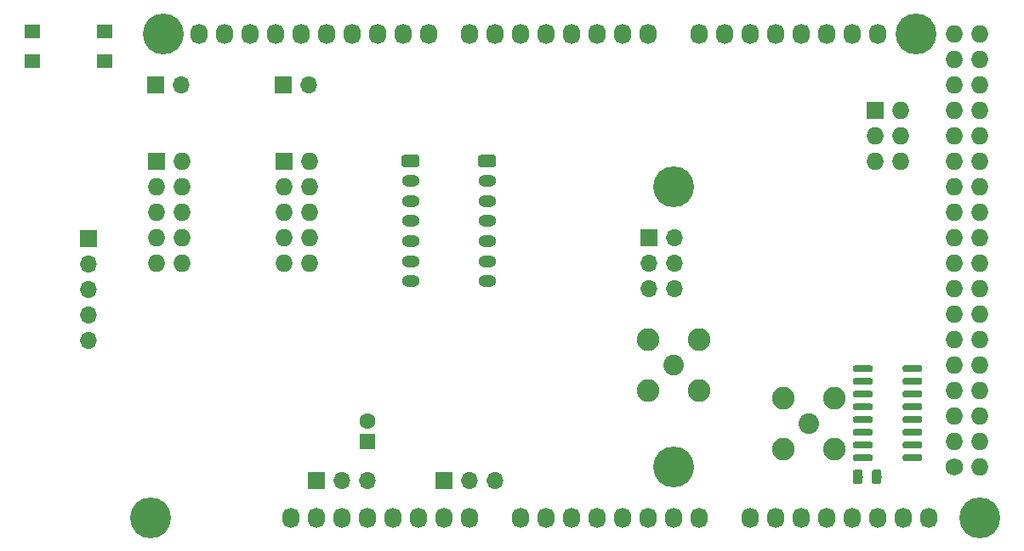
<source format=gbr>
%TF.GenerationSoftware,KiCad,Pcbnew,(5.1.2)-1*%
%TF.CreationDate,2020-03-11T09:00:43+01:00*%
%TF.ProjectId,ArduinoShield_SPIlinedriver_Sync_2V0,41726475-696e-46f5-9368-69656c645f53,rev?*%
%TF.SameCoordinates,Original*%
%TF.FileFunction,Soldermask,Top*%
%TF.FilePolarity,Negative*%
%FSLAX46Y46*%
G04 Gerber Fmt 4.6, Leading zero omitted, Abs format (unit mm)*
G04 Created by KiCad (PCBNEW (5.1.2)-1) date 2020-03-11 09:00:43*
%MOMM*%
%LPD*%
G04 APERTURE LIST*
%ADD10R,1.727200X1.727200*%
%ADD11O,1.727200X1.727200*%
%ADD12C,1.600000*%
%ADD13R,1.600000X1.600000*%
%ADD14R,1.700000X1.700000*%
%ADD15O,1.700000X1.700000*%
%ADD16C,1.727200*%
%ADD17O,1.727200X2.032000*%
%ADD18C,4.064000*%
%ADD19C,0.100000*%
%ADD20C,0.975000*%
%ADD21O,1.800000X1.200000*%
%ADD22C,1.200000*%
%ADD23C,2.050000*%
%ADD24C,2.250000*%
%ADD25C,0.600000*%
%ADD26R,1.600000X1.400000*%
G04 APERTURE END LIST*
D10*
X189484000Y-78486000D03*
D11*
X192024000Y-78486000D03*
X189484000Y-81026000D03*
X192024000Y-81026000D03*
X189484000Y-83566000D03*
X192024000Y-83566000D03*
X120523000Y-93726000D03*
X117983000Y-93726000D03*
X120523000Y-91186000D03*
X117983000Y-91186000D03*
X120523000Y-88646000D03*
X117983000Y-88646000D03*
X120523000Y-86106000D03*
X117983000Y-86106000D03*
X120523000Y-83566000D03*
D10*
X117983000Y-83566000D03*
D11*
X133223000Y-93726000D03*
X130683000Y-93726000D03*
X133223000Y-91186000D03*
X130683000Y-91186000D03*
X133223000Y-88646000D03*
X130683000Y-88646000D03*
X133223000Y-86106000D03*
X130683000Y-86106000D03*
X133223000Y-83566000D03*
D10*
X130683000Y-83566000D03*
D12*
X138938000Y-109538000D03*
D13*
X138938000Y-111538000D03*
D14*
X111226600Y-91338400D03*
D15*
X111226600Y-93878400D03*
X111226600Y-96418400D03*
X111226600Y-98958400D03*
X111226600Y-101498400D03*
D16*
X197358000Y-114046000D03*
D11*
X199898000Y-114046000D03*
X197358000Y-111506000D03*
X199898000Y-111506000D03*
X197358000Y-108966000D03*
X199898000Y-108966000D03*
X197358000Y-106426000D03*
X199898000Y-106426000D03*
X197358000Y-103886000D03*
X199898000Y-103886000D03*
X197358000Y-101346000D03*
X199898000Y-101346000D03*
X197358000Y-98806000D03*
X199898000Y-98806000D03*
X197358000Y-96266000D03*
X199898000Y-96266000D03*
X197358000Y-93726000D03*
X199898000Y-93726000D03*
X197358000Y-91186000D03*
X199898000Y-91186000D03*
X197358000Y-88646000D03*
X199898000Y-88646000D03*
X197358000Y-86106000D03*
X199898000Y-86106000D03*
X197358000Y-83566000D03*
X199898000Y-83566000D03*
X197358000Y-81026000D03*
X199898000Y-81026000D03*
X197358000Y-78486000D03*
X199898000Y-78486000D03*
X197358000Y-75946000D03*
X199898000Y-75946000D03*
X197358000Y-73406000D03*
X199898000Y-73406000D03*
X197358000Y-70866000D03*
X199898000Y-70866000D03*
D17*
X131318000Y-119126000D03*
X133858000Y-119126000D03*
X136398000Y-119126000D03*
X138938000Y-119126000D03*
X141478000Y-119126000D03*
X144018000Y-119126000D03*
X146558000Y-119126000D03*
X149098000Y-119126000D03*
X154178000Y-119126000D03*
X156718000Y-119126000D03*
X159258000Y-119126000D03*
X161798000Y-119126000D03*
X164338000Y-119126000D03*
X166878000Y-119126000D03*
X169418000Y-119126000D03*
X171958000Y-119126000D03*
X177038000Y-119126000D03*
X179578000Y-119126000D03*
X182118000Y-119126000D03*
X184658000Y-119126000D03*
X187198000Y-119126000D03*
X189738000Y-119126000D03*
X192278000Y-119126000D03*
X194818000Y-119126000D03*
X122174000Y-70866000D03*
X124714000Y-70866000D03*
X127254000Y-70866000D03*
X129794000Y-70866000D03*
X132334000Y-70866000D03*
X134874000Y-70866000D03*
X137414000Y-70866000D03*
X139954000Y-70866000D03*
X142494000Y-70866000D03*
X145034000Y-70866000D03*
X149098000Y-70866000D03*
X151638000Y-70866000D03*
X154178000Y-70866000D03*
X156718000Y-70866000D03*
X159258000Y-70866000D03*
X161798000Y-70866000D03*
X164338000Y-70866000D03*
X166878000Y-70866000D03*
X171958000Y-70866000D03*
X174498000Y-70866000D03*
X177038000Y-70866000D03*
X179578000Y-70866000D03*
X182118000Y-70866000D03*
X184658000Y-70866000D03*
X187198000Y-70866000D03*
X189738000Y-70866000D03*
D18*
X117348000Y-119126000D03*
X169418000Y-114046000D03*
X199898000Y-119126000D03*
X118618000Y-70866000D03*
X169418000Y-86106000D03*
X193548000Y-70866000D03*
D19*
G36*
X188052142Y-114363174D02*
G01*
X188075803Y-114366684D01*
X188099007Y-114372496D01*
X188121529Y-114380554D01*
X188143153Y-114390782D01*
X188163670Y-114403079D01*
X188182883Y-114417329D01*
X188200607Y-114433393D01*
X188216671Y-114451117D01*
X188230921Y-114470330D01*
X188243218Y-114490847D01*
X188253446Y-114512471D01*
X188261504Y-114534993D01*
X188267316Y-114558197D01*
X188270826Y-114581858D01*
X188272000Y-114605750D01*
X188272000Y-115518250D01*
X188270826Y-115542142D01*
X188267316Y-115565803D01*
X188261504Y-115589007D01*
X188253446Y-115611529D01*
X188243218Y-115633153D01*
X188230921Y-115653670D01*
X188216671Y-115672883D01*
X188200607Y-115690607D01*
X188182883Y-115706671D01*
X188163670Y-115720921D01*
X188143153Y-115733218D01*
X188121529Y-115743446D01*
X188099007Y-115751504D01*
X188075803Y-115757316D01*
X188052142Y-115760826D01*
X188028250Y-115762000D01*
X187540750Y-115762000D01*
X187516858Y-115760826D01*
X187493197Y-115757316D01*
X187469993Y-115751504D01*
X187447471Y-115743446D01*
X187425847Y-115733218D01*
X187405330Y-115720921D01*
X187386117Y-115706671D01*
X187368393Y-115690607D01*
X187352329Y-115672883D01*
X187338079Y-115653670D01*
X187325782Y-115633153D01*
X187315554Y-115611529D01*
X187307496Y-115589007D01*
X187301684Y-115565803D01*
X187298174Y-115542142D01*
X187297000Y-115518250D01*
X187297000Y-114605750D01*
X187298174Y-114581858D01*
X187301684Y-114558197D01*
X187307496Y-114534993D01*
X187315554Y-114512471D01*
X187325782Y-114490847D01*
X187338079Y-114470330D01*
X187352329Y-114451117D01*
X187368393Y-114433393D01*
X187386117Y-114417329D01*
X187405330Y-114403079D01*
X187425847Y-114390782D01*
X187447471Y-114380554D01*
X187469993Y-114372496D01*
X187493197Y-114366684D01*
X187516858Y-114363174D01*
X187540750Y-114362000D01*
X188028250Y-114362000D01*
X188052142Y-114363174D01*
X188052142Y-114363174D01*
G37*
D20*
X187784500Y-115062000D03*
D19*
G36*
X189927142Y-114363174D02*
G01*
X189950803Y-114366684D01*
X189974007Y-114372496D01*
X189996529Y-114380554D01*
X190018153Y-114390782D01*
X190038670Y-114403079D01*
X190057883Y-114417329D01*
X190075607Y-114433393D01*
X190091671Y-114451117D01*
X190105921Y-114470330D01*
X190118218Y-114490847D01*
X190128446Y-114512471D01*
X190136504Y-114534993D01*
X190142316Y-114558197D01*
X190145826Y-114581858D01*
X190147000Y-114605750D01*
X190147000Y-115518250D01*
X190145826Y-115542142D01*
X190142316Y-115565803D01*
X190136504Y-115589007D01*
X190128446Y-115611529D01*
X190118218Y-115633153D01*
X190105921Y-115653670D01*
X190091671Y-115672883D01*
X190075607Y-115690607D01*
X190057883Y-115706671D01*
X190038670Y-115720921D01*
X190018153Y-115733218D01*
X189996529Y-115743446D01*
X189974007Y-115751504D01*
X189950803Y-115757316D01*
X189927142Y-115760826D01*
X189903250Y-115762000D01*
X189415750Y-115762000D01*
X189391858Y-115760826D01*
X189368197Y-115757316D01*
X189344993Y-115751504D01*
X189322471Y-115743446D01*
X189300847Y-115733218D01*
X189280330Y-115720921D01*
X189261117Y-115706671D01*
X189243393Y-115690607D01*
X189227329Y-115672883D01*
X189213079Y-115653670D01*
X189200782Y-115633153D01*
X189190554Y-115611529D01*
X189182496Y-115589007D01*
X189176684Y-115565803D01*
X189173174Y-115542142D01*
X189172000Y-115518250D01*
X189172000Y-114605750D01*
X189173174Y-114581858D01*
X189176684Y-114558197D01*
X189182496Y-114534993D01*
X189190554Y-114512471D01*
X189200782Y-114490847D01*
X189213079Y-114470330D01*
X189227329Y-114451117D01*
X189243393Y-114433393D01*
X189261117Y-114417329D01*
X189280330Y-114403079D01*
X189300847Y-114390782D01*
X189322471Y-114380554D01*
X189344993Y-114372496D01*
X189368197Y-114366684D01*
X189391858Y-114363174D01*
X189415750Y-114362000D01*
X189903250Y-114362000D01*
X189927142Y-114363174D01*
X189927142Y-114363174D01*
G37*
D20*
X189659500Y-115062000D03*
D21*
X150876000Y-95566000D03*
X150876000Y-93566000D03*
X150876000Y-91566000D03*
X150876000Y-89566000D03*
X150876000Y-87566000D03*
X150876000Y-85566000D03*
D19*
G36*
X151550505Y-82967204D02*
G01*
X151574773Y-82970804D01*
X151598572Y-82976765D01*
X151621671Y-82985030D01*
X151643850Y-82995520D01*
X151664893Y-83008132D01*
X151684599Y-83022747D01*
X151702777Y-83039223D01*
X151719253Y-83057401D01*
X151733868Y-83077107D01*
X151746480Y-83098150D01*
X151756970Y-83120329D01*
X151765235Y-83143428D01*
X151771196Y-83167227D01*
X151774796Y-83191495D01*
X151776000Y-83215999D01*
X151776000Y-83916001D01*
X151774796Y-83940505D01*
X151771196Y-83964773D01*
X151765235Y-83988572D01*
X151756970Y-84011671D01*
X151746480Y-84033850D01*
X151733868Y-84054893D01*
X151719253Y-84074599D01*
X151702777Y-84092777D01*
X151684599Y-84109253D01*
X151664893Y-84123868D01*
X151643850Y-84136480D01*
X151621671Y-84146970D01*
X151598572Y-84155235D01*
X151574773Y-84161196D01*
X151550505Y-84164796D01*
X151526001Y-84166000D01*
X150225999Y-84166000D01*
X150201495Y-84164796D01*
X150177227Y-84161196D01*
X150153428Y-84155235D01*
X150130329Y-84146970D01*
X150108150Y-84136480D01*
X150087107Y-84123868D01*
X150067401Y-84109253D01*
X150049223Y-84092777D01*
X150032747Y-84074599D01*
X150018132Y-84054893D01*
X150005520Y-84033850D01*
X149995030Y-84011671D01*
X149986765Y-83988572D01*
X149980804Y-83964773D01*
X149977204Y-83940505D01*
X149976000Y-83916001D01*
X149976000Y-83215999D01*
X149977204Y-83191495D01*
X149980804Y-83167227D01*
X149986765Y-83143428D01*
X149995030Y-83120329D01*
X150005520Y-83098150D01*
X150018132Y-83077107D01*
X150032747Y-83057401D01*
X150049223Y-83039223D01*
X150067401Y-83022747D01*
X150087107Y-83008132D01*
X150108150Y-82995520D01*
X150130329Y-82985030D01*
X150153428Y-82976765D01*
X150177227Y-82970804D01*
X150201495Y-82967204D01*
X150225999Y-82966000D01*
X151526001Y-82966000D01*
X151550505Y-82967204D01*
X151550505Y-82967204D01*
G37*
D22*
X150876000Y-83566000D03*
D14*
X167005000Y-91211400D03*
D15*
X169545000Y-91211400D03*
X167005000Y-93751400D03*
X169545000Y-93751400D03*
X167005000Y-96291400D03*
X169545000Y-96291400D03*
D19*
G36*
X143930505Y-82967204D02*
G01*
X143954773Y-82970804D01*
X143978572Y-82976765D01*
X144001671Y-82985030D01*
X144023850Y-82995520D01*
X144044893Y-83008132D01*
X144064599Y-83022747D01*
X144082777Y-83039223D01*
X144099253Y-83057401D01*
X144113868Y-83077107D01*
X144126480Y-83098150D01*
X144136970Y-83120329D01*
X144145235Y-83143428D01*
X144151196Y-83167227D01*
X144154796Y-83191495D01*
X144156000Y-83215999D01*
X144156000Y-83916001D01*
X144154796Y-83940505D01*
X144151196Y-83964773D01*
X144145235Y-83988572D01*
X144136970Y-84011671D01*
X144126480Y-84033850D01*
X144113868Y-84054893D01*
X144099253Y-84074599D01*
X144082777Y-84092777D01*
X144064599Y-84109253D01*
X144044893Y-84123868D01*
X144023850Y-84136480D01*
X144001671Y-84146970D01*
X143978572Y-84155235D01*
X143954773Y-84161196D01*
X143930505Y-84164796D01*
X143906001Y-84166000D01*
X142605999Y-84166000D01*
X142581495Y-84164796D01*
X142557227Y-84161196D01*
X142533428Y-84155235D01*
X142510329Y-84146970D01*
X142488150Y-84136480D01*
X142467107Y-84123868D01*
X142447401Y-84109253D01*
X142429223Y-84092777D01*
X142412747Y-84074599D01*
X142398132Y-84054893D01*
X142385520Y-84033850D01*
X142375030Y-84011671D01*
X142366765Y-83988572D01*
X142360804Y-83964773D01*
X142357204Y-83940505D01*
X142356000Y-83916001D01*
X142356000Y-83215999D01*
X142357204Y-83191495D01*
X142360804Y-83167227D01*
X142366765Y-83143428D01*
X142375030Y-83120329D01*
X142385520Y-83098150D01*
X142398132Y-83077107D01*
X142412747Y-83057401D01*
X142429223Y-83039223D01*
X142447401Y-83022747D01*
X142467107Y-83008132D01*
X142488150Y-82995520D01*
X142510329Y-82985030D01*
X142533428Y-82976765D01*
X142557227Y-82970804D01*
X142581495Y-82967204D01*
X142605999Y-82966000D01*
X143906001Y-82966000D01*
X143930505Y-82967204D01*
X143930505Y-82967204D01*
G37*
D22*
X143256000Y-83566000D03*
D21*
X143256000Y-85566000D03*
X143256000Y-87566000D03*
X143256000Y-89566000D03*
X143256000Y-91566000D03*
X143256000Y-93566000D03*
X143256000Y-95566000D03*
D23*
X182880000Y-109728000D03*
D24*
X185420000Y-112268000D03*
X185420000Y-107188000D03*
X180340000Y-107188000D03*
X180340000Y-112268000D03*
X166878000Y-106426000D03*
X166878000Y-101346000D03*
X171958000Y-101346000D03*
X171958000Y-106426000D03*
D23*
X169418000Y-103886000D03*
D19*
G36*
X194068703Y-112857722D02*
G01*
X194083264Y-112859882D01*
X194097543Y-112863459D01*
X194111403Y-112868418D01*
X194124710Y-112874712D01*
X194137336Y-112882280D01*
X194149159Y-112891048D01*
X194160066Y-112900934D01*
X194169952Y-112911841D01*
X194178720Y-112923664D01*
X194186288Y-112936290D01*
X194192582Y-112949597D01*
X194197541Y-112963457D01*
X194201118Y-112977736D01*
X194203278Y-112992297D01*
X194204000Y-113007000D01*
X194204000Y-113307000D01*
X194203278Y-113321703D01*
X194201118Y-113336264D01*
X194197541Y-113350543D01*
X194192582Y-113364403D01*
X194186288Y-113377710D01*
X194178720Y-113390336D01*
X194169952Y-113402159D01*
X194160066Y-113413066D01*
X194149159Y-113422952D01*
X194137336Y-113431720D01*
X194124710Y-113439288D01*
X194111403Y-113445582D01*
X194097543Y-113450541D01*
X194083264Y-113454118D01*
X194068703Y-113456278D01*
X194054000Y-113457000D01*
X192404000Y-113457000D01*
X192389297Y-113456278D01*
X192374736Y-113454118D01*
X192360457Y-113450541D01*
X192346597Y-113445582D01*
X192333290Y-113439288D01*
X192320664Y-113431720D01*
X192308841Y-113422952D01*
X192297934Y-113413066D01*
X192288048Y-113402159D01*
X192279280Y-113390336D01*
X192271712Y-113377710D01*
X192265418Y-113364403D01*
X192260459Y-113350543D01*
X192256882Y-113336264D01*
X192254722Y-113321703D01*
X192254000Y-113307000D01*
X192254000Y-113007000D01*
X192254722Y-112992297D01*
X192256882Y-112977736D01*
X192260459Y-112963457D01*
X192265418Y-112949597D01*
X192271712Y-112936290D01*
X192279280Y-112923664D01*
X192288048Y-112911841D01*
X192297934Y-112900934D01*
X192308841Y-112891048D01*
X192320664Y-112882280D01*
X192333290Y-112874712D01*
X192346597Y-112868418D01*
X192360457Y-112863459D01*
X192374736Y-112859882D01*
X192389297Y-112857722D01*
X192404000Y-112857000D01*
X194054000Y-112857000D01*
X194068703Y-112857722D01*
X194068703Y-112857722D01*
G37*
D25*
X193229000Y-113157000D03*
D19*
G36*
X194068703Y-111587722D02*
G01*
X194083264Y-111589882D01*
X194097543Y-111593459D01*
X194111403Y-111598418D01*
X194124710Y-111604712D01*
X194137336Y-111612280D01*
X194149159Y-111621048D01*
X194160066Y-111630934D01*
X194169952Y-111641841D01*
X194178720Y-111653664D01*
X194186288Y-111666290D01*
X194192582Y-111679597D01*
X194197541Y-111693457D01*
X194201118Y-111707736D01*
X194203278Y-111722297D01*
X194204000Y-111737000D01*
X194204000Y-112037000D01*
X194203278Y-112051703D01*
X194201118Y-112066264D01*
X194197541Y-112080543D01*
X194192582Y-112094403D01*
X194186288Y-112107710D01*
X194178720Y-112120336D01*
X194169952Y-112132159D01*
X194160066Y-112143066D01*
X194149159Y-112152952D01*
X194137336Y-112161720D01*
X194124710Y-112169288D01*
X194111403Y-112175582D01*
X194097543Y-112180541D01*
X194083264Y-112184118D01*
X194068703Y-112186278D01*
X194054000Y-112187000D01*
X192404000Y-112187000D01*
X192389297Y-112186278D01*
X192374736Y-112184118D01*
X192360457Y-112180541D01*
X192346597Y-112175582D01*
X192333290Y-112169288D01*
X192320664Y-112161720D01*
X192308841Y-112152952D01*
X192297934Y-112143066D01*
X192288048Y-112132159D01*
X192279280Y-112120336D01*
X192271712Y-112107710D01*
X192265418Y-112094403D01*
X192260459Y-112080543D01*
X192256882Y-112066264D01*
X192254722Y-112051703D01*
X192254000Y-112037000D01*
X192254000Y-111737000D01*
X192254722Y-111722297D01*
X192256882Y-111707736D01*
X192260459Y-111693457D01*
X192265418Y-111679597D01*
X192271712Y-111666290D01*
X192279280Y-111653664D01*
X192288048Y-111641841D01*
X192297934Y-111630934D01*
X192308841Y-111621048D01*
X192320664Y-111612280D01*
X192333290Y-111604712D01*
X192346597Y-111598418D01*
X192360457Y-111593459D01*
X192374736Y-111589882D01*
X192389297Y-111587722D01*
X192404000Y-111587000D01*
X194054000Y-111587000D01*
X194068703Y-111587722D01*
X194068703Y-111587722D01*
G37*
D25*
X193229000Y-111887000D03*
D19*
G36*
X194068703Y-110317722D02*
G01*
X194083264Y-110319882D01*
X194097543Y-110323459D01*
X194111403Y-110328418D01*
X194124710Y-110334712D01*
X194137336Y-110342280D01*
X194149159Y-110351048D01*
X194160066Y-110360934D01*
X194169952Y-110371841D01*
X194178720Y-110383664D01*
X194186288Y-110396290D01*
X194192582Y-110409597D01*
X194197541Y-110423457D01*
X194201118Y-110437736D01*
X194203278Y-110452297D01*
X194204000Y-110467000D01*
X194204000Y-110767000D01*
X194203278Y-110781703D01*
X194201118Y-110796264D01*
X194197541Y-110810543D01*
X194192582Y-110824403D01*
X194186288Y-110837710D01*
X194178720Y-110850336D01*
X194169952Y-110862159D01*
X194160066Y-110873066D01*
X194149159Y-110882952D01*
X194137336Y-110891720D01*
X194124710Y-110899288D01*
X194111403Y-110905582D01*
X194097543Y-110910541D01*
X194083264Y-110914118D01*
X194068703Y-110916278D01*
X194054000Y-110917000D01*
X192404000Y-110917000D01*
X192389297Y-110916278D01*
X192374736Y-110914118D01*
X192360457Y-110910541D01*
X192346597Y-110905582D01*
X192333290Y-110899288D01*
X192320664Y-110891720D01*
X192308841Y-110882952D01*
X192297934Y-110873066D01*
X192288048Y-110862159D01*
X192279280Y-110850336D01*
X192271712Y-110837710D01*
X192265418Y-110824403D01*
X192260459Y-110810543D01*
X192256882Y-110796264D01*
X192254722Y-110781703D01*
X192254000Y-110767000D01*
X192254000Y-110467000D01*
X192254722Y-110452297D01*
X192256882Y-110437736D01*
X192260459Y-110423457D01*
X192265418Y-110409597D01*
X192271712Y-110396290D01*
X192279280Y-110383664D01*
X192288048Y-110371841D01*
X192297934Y-110360934D01*
X192308841Y-110351048D01*
X192320664Y-110342280D01*
X192333290Y-110334712D01*
X192346597Y-110328418D01*
X192360457Y-110323459D01*
X192374736Y-110319882D01*
X192389297Y-110317722D01*
X192404000Y-110317000D01*
X194054000Y-110317000D01*
X194068703Y-110317722D01*
X194068703Y-110317722D01*
G37*
D25*
X193229000Y-110617000D03*
D19*
G36*
X194068703Y-109047722D02*
G01*
X194083264Y-109049882D01*
X194097543Y-109053459D01*
X194111403Y-109058418D01*
X194124710Y-109064712D01*
X194137336Y-109072280D01*
X194149159Y-109081048D01*
X194160066Y-109090934D01*
X194169952Y-109101841D01*
X194178720Y-109113664D01*
X194186288Y-109126290D01*
X194192582Y-109139597D01*
X194197541Y-109153457D01*
X194201118Y-109167736D01*
X194203278Y-109182297D01*
X194204000Y-109197000D01*
X194204000Y-109497000D01*
X194203278Y-109511703D01*
X194201118Y-109526264D01*
X194197541Y-109540543D01*
X194192582Y-109554403D01*
X194186288Y-109567710D01*
X194178720Y-109580336D01*
X194169952Y-109592159D01*
X194160066Y-109603066D01*
X194149159Y-109612952D01*
X194137336Y-109621720D01*
X194124710Y-109629288D01*
X194111403Y-109635582D01*
X194097543Y-109640541D01*
X194083264Y-109644118D01*
X194068703Y-109646278D01*
X194054000Y-109647000D01*
X192404000Y-109647000D01*
X192389297Y-109646278D01*
X192374736Y-109644118D01*
X192360457Y-109640541D01*
X192346597Y-109635582D01*
X192333290Y-109629288D01*
X192320664Y-109621720D01*
X192308841Y-109612952D01*
X192297934Y-109603066D01*
X192288048Y-109592159D01*
X192279280Y-109580336D01*
X192271712Y-109567710D01*
X192265418Y-109554403D01*
X192260459Y-109540543D01*
X192256882Y-109526264D01*
X192254722Y-109511703D01*
X192254000Y-109497000D01*
X192254000Y-109197000D01*
X192254722Y-109182297D01*
X192256882Y-109167736D01*
X192260459Y-109153457D01*
X192265418Y-109139597D01*
X192271712Y-109126290D01*
X192279280Y-109113664D01*
X192288048Y-109101841D01*
X192297934Y-109090934D01*
X192308841Y-109081048D01*
X192320664Y-109072280D01*
X192333290Y-109064712D01*
X192346597Y-109058418D01*
X192360457Y-109053459D01*
X192374736Y-109049882D01*
X192389297Y-109047722D01*
X192404000Y-109047000D01*
X194054000Y-109047000D01*
X194068703Y-109047722D01*
X194068703Y-109047722D01*
G37*
D25*
X193229000Y-109347000D03*
D19*
G36*
X194068703Y-107777722D02*
G01*
X194083264Y-107779882D01*
X194097543Y-107783459D01*
X194111403Y-107788418D01*
X194124710Y-107794712D01*
X194137336Y-107802280D01*
X194149159Y-107811048D01*
X194160066Y-107820934D01*
X194169952Y-107831841D01*
X194178720Y-107843664D01*
X194186288Y-107856290D01*
X194192582Y-107869597D01*
X194197541Y-107883457D01*
X194201118Y-107897736D01*
X194203278Y-107912297D01*
X194204000Y-107927000D01*
X194204000Y-108227000D01*
X194203278Y-108241703D01*
X194201118Y-108256264D01*
X194197541Y-108270543D01*
X194192582Y-108284403D01*
X194186288Y-108297710D01*
X194178720Y-108310336D01*
X194169952Y-108322159D01*
X194160066Y-108333066D01*
X194149159Y-108342952D01*
X194137336Y-108351720D01*
X194124710Y-108359288D01*
X194111403Y-108365582D01*
X194097543Y-108370541D01*
X194083264Y-108374118D01*
X194068703Y-108376278D01*
X194054000Y-108377000D01*
X192404000Y-108377000D01*
X192389297Y-108376278D01*
X192374736Y-108374118D01*
X192360457Y-108370541D01*
X192346597Y-108365582D01*
X192333290Y-108359288D01*
X192320664Y-108351720D01*
X192308841Y-108342952D01*
X192297934Y-108333066D01*
X192288048Y-108322159D01*
X192279280Y-108310336D01*
X192271712Y-108297710D01*
X192265418Y-108284403D01*
X192260459Y-108270543D01*
X192256882Y-108256264D01*
X192254722Y-108241703D01*
X192254000Y-108227000D01*
X192254000Y-107927000D01*
X192254722Y-107912297D01*
X192256882Y-107897736D01*
X192260459Y-107883457D01*
X192265418Y-107869597D01*
X192271712Y-107856290D01*
X192279280Y-107843664D01*
X192288048Y-107831841D01*
X192297934Y-107820934D01*
X192308841Y-107811048D01*
X192320664Y-107802280D01*
X192333290Y-107794712D01*
X192346597Y-107788418D01*
X192360457Y-107783459D01*
X192374736Y-107779882D01*
X192389297Y-107777722D01*
X192404000Y-107777000D01*
X194054000Y-107777000D01*
X194068703Y-107777722D01*
X194068703Y-107777722D01*
G37*
D25*
X193229000Y-108077000D03*
D19*
G36*
X194068703Y-106507722D02*
G01*
X194083264Y-106509882D01*
X194097543Y-106513459D01*
X194111403Y-106518418D01*
X194124710Y-106524712D01*
X194137336Y-106532280D01*
X194149159Y-106541048D01*
X194160066Y-106550934D01*
X194169952Y-106561841D01*
X194178720Y-106573664D01*
X194186288Y-106586290D01*
X194192582Y-106599597D01*
X194197541Y-106613457D01*
X194201118Y-106627736D01*
X194203278Y-106642297D01*
X194204000Y-106657000D01*
X194204000Y-106957000D01*
X194203278Y-106971703D01*
X194201118Y-106986264D01*
X194197541Y-107000543D01*
X194192582Y-107014403D01*
X194186288Y-107027710D01*
X194178720Y-107040336D01*
X194169952Y-107052159D01*
X194160066Y-107063066D01*
X194149159Y-107072952D01*
X194137336Y-107081720D01*
X194124710Y-107089288D01*
X194111403Y-107095582D01*
X194097543Y-107100541D01*
X194083264Y-107104118D01*
X194068703Y-107106278D01*
X194054000Y-107107000D01*
X192404000Y-107107000D01*
X192389297Y-107106278D01*
X192374736Y-107104118D01*
X192360457Y-107100541D01*
X192346597Y-107095582D01*
X192333290Y-107089288D01*
X192320664Y-107081720D01*
X192308841Y-107072952D01*
X192297934Y-107063066D01*
X192288048Y-107052159D01*
X192279280Y-107040336D01*
X192271712Y-107027710D01*
X192265418Y-107014403D01*
X192260459Y-107000543D01*
X192256882Y-106986264D01*
X192254722Y-106971703D01*
X192254000Y-106957000D01*
X192254000Y-106657000D01*
X192254722Y-106642297D01*
X192256882Y-106627736D01*
X192260459Y-106613457D01*
X192265418Y-106599597D01*
X192271712Y-106586290D01*
X192279280Y-106573664D01*
X192288048Y-106561841D01*
X192297934Y-106550934D01*
X192308841Y-106541048D01*
X192320664Y-106532280D01*
X192333290Y-106524712D01*
X192346597Y-106518418D01*
X192360457Y-106513459D01*
X192374736Y-106509882D01*
X192389297Y-106507722D01*
X192404000Y-106507000D01*
X194054000Y-106507000D01*
X194068703Y-106507722D01*
X194068703Y-106507722D01*
G37*
D25*
X193229000Y-106807000D03*
D19*
G36*
X194068703Y-105237722D02*
G01*
X194083264Y-105239882D01*
X194097543Y-105243459D01*
X194111403Y-105248418D01*
X194124710Y-105254712D01*
X194137336Y-105262280D01*
X194149159Y-105271048D01*
X194160066Y-105280934D01*
X194169952Y-105291841D01*
X194178720Y-105303664D01*
X194186288Y-105316290D01*
X194192582Y-105329597D01*
X194197541Y-105343457D01*
X194201118Y-105357736D01*
X194203278Y-105372297D01*
X194204000Y-105387000D01*
X194204000Y-105687000D01*
X194203278Y-105701703D01*
X194201118Y-105716264D01*
X194197541Y-105730543D01*
X194192582Y-105744403D01*
X194186288Y-105757710D01*
X194178720Y-105770336D01*
X194169952Y-105782159D01*
X194160066Y-105793066D01*
X194149159Y-105802952D01*
X194137336Y-105811720D01*
X194124710Y-105819288D01*
X194111403Y-105825582D01*
X194097543Y-105830541D01*
X194083264Y-105834118D01*
X194068703Y-105836278D01*
X194054000Y-105837000D01*
X192404000Y-105837000D01*
X192389297Y-105836278D01*
X192374736Y-105834118D01*
X192360457Y-105830541D01*
X192346597Y-105825582D01*
X192333290Y-105819288D01*
X192320664Y-105811720D01*
X192308841Y-105802952D01*
X192297934Y-105793066D01*
X192288048Y-105782159D01*
X192279280Y-105770336D01*
X192271712Y-105757710D01*
X192265418Y-105744403D01*
X192260459Y-105730543D01*
X192256882Y-105716264D01*
X192254722Y-105701703D01*
X192254000Y-105687000D01*
X192254000Y-105387000D01*
X192254722Y-105372297D01*
X192256882Y-105357736D01*
X192260459Y-105343457D01*
X192265418Y-105329597D01*
X192271712Y-105316290D01*
X192279280Y-105303664D01*
X192288048Y-105291841D01*
X192297934Y-105280934D01*
X192308841Y-105271048D01*
X192320664Y-105262280D01*
X192333290Y-105254712D01*
X192346597Y-105248418D01*
X192360457Y-105243459D01*
X192374736Y-105239882D01*
X192389297Y-105237722D01*
X192404000Y-105237000D01*
X194054000Y-105237000D01*
X194068703Y-105237722D01*
X194068703Y-105237722D01*
G37*
D25*
X193229000Y-105537000D03*
D19*
G36*
X194068703Y-103967722D02*
G01*
X194083264Y-103969882D01*
X194097543Y-103973459D01*
X194111403Y-103978418D01*
X194124710Y-103984712D01*
X194137336Y-103992280D01*
X194149159Y-104001048D01*
X194160066Y-104010934D01*
X194169952Y-104021841D01*
X194178720Y-104033664D01*
X194186288Y-104046290D01*
X194192582Y-104059597D01*
X194197541Y-104073457D01*
X194201118Y-104087736D01*
X194203278Y-104102297D01*
X194204000Y-104117000D01*
X194204000Y-104417000D01*
X194203278Y-104431703D01*
X194201118Y-104446264D01*
X194197541Y-104460543D01*
X194192582Y-104474403D01*
X194186288Y-104487710D01*
X194178720Y-104500336D01*
X194169952Y-104512159D01*
X194160066Y-104523066D01*
X194149159Y-104532952D01*
X194137336Y-104541720D01*
X194124710Y-104549288D01*
X194111403Y-104555582D01*
X194097543Y-104560541D01*
X194083264Y-104564118D01*
X194068703Y-104566278D01*
X194054000Y-104567000D01*
X192404000Y-104567000D01*
X192389297Y-104566278D01*
X192374736Y-104564118D01*
X192360457Y-104560541D01*
X192346597Y-104555582D01*
X192333290Y-104549288D01*
X192320664Y-104541720D01*
X192308841Y-104532952D01*
X192297934Y-104523066D01*
X192288048Y-104512159D01*
X192279280Y-104500336D01*
X192271712Y-104487710D01*
X192265418Y-104474403D01*
X192260459Y-104460543D01*
X192256882Y-104446264D01*
X192254722Y-104431703D01*
X192254000Y-104417000D01*
X192254000Y-104117000D01*
X192254722Y-104102297D01*
X192256882Y-104087736D01*
X192260459Y-104073457D01*
X192265418Y-104059597D01*
X192271712Y-104046290D01*
X192279280Y-104033664D01*
X192288048Y-104021841D01*
X192297934Y-104010934D01*
X192308841Y-104001048D01*
X192320664Y-103992280D01*
X192333290Y-103984712D01*
X192346597Y-103978418D01*
X192360457Y-103973459D01*
X192374736Y-103969882D01*
X192389297Y-103967722D01*
X192404000Y-103967000D01*
X194054000Y-103967000D01*
X194068703Y-103967722D01*
X194068703Y-103967722D01*
G37*
D25*
X193229000Y-104267000D03*
D19*
G36*
X189118703Y-103967722D02*
G01*
X189133264Y-103969882D01*
X189147543Y-103973459D01*
X189161403Y-103978418D01*
X189174710Y-103984712D01*
X189187336Y-103992280D01*
X189199159Y-104001048D01*
X189210066Y-104010934D01*
X189219952Y-104021841D01*
X189228720Y-104033664D01*
X189236288Y-104046290D01*
X189242582Y-104059597D01*
X189247541Y-104073457D01*
X189251118Y-104087736D01*
X189253278Y-104102297D01*
X189254000Y-104117000D01*
X189254000Y-104417000D01*
X189253278Y-104431703D01*
X189251118Y-104446264D01*
X189247541Y-104460543D01*
X189242582Y-104474403D01*
X189236288Y-104487710D01*
X189228720Y-104500336D01*
X189219952Y-104512159D01*
X189210066Y-104523066D01*
X189199159Y-104532952D01*
X189187336Y-104541720D01*
X189174710Y-104549288D01*
X189161403Y-104555582D01*
X189147543Y-104560541D01*
X189133264Y-104564118D01*
X189118703Y-104566278D01*
X189104000Y-104567000D01*
X187454000Y-104567000D01*
X187439297Y-104566278D01*
X187424736Y-104564118D01*
X187410457Y-104560541D01*
X187396597Y-104555582D01*
X187383290Y-104549288D01*
X187370664Y-104541720D01*
X187358841Y-104532952D01*
X187347934Y-104523066D01*
X187338048Y-104512159D01*
X187329280Y-104500336D01*
X187321712Y-104487710D01*
X187315418Y-104474403D01*
X187310459Y-104460543D01*
X187306882Y-104446264D01*
X187304722Y-104431703D01*
X187304000Y-104417000D01*
X187304000Y-104117000D01*
X187304722Y-104102297D01*
X187306882Y-104087736D01*
X187310459Y-104073457D01*
X187315418Y-104059597D01*
X187321712Y-104046290D01*
X187329280Y-104033664D01*
X187338048Y-104021841D01*
X187347934Y-104010934D01*
X187358841Y-104001048D01*
X187370664Y-103992280D01*
X187383290Y-103984712D01*
X187396597Y-103978418D01*
X187410457Y-103973459D01*
X187424736Y-103969882D01*
X187439297Y-103967722D01*
X187454000Y-103967000D01*
X189104000Y-103967000D01*
X189118703Y-103967722D01*
X189118703Y-103967722D01*
G37*
D25*
X188279000Y-104267000D03*
D19*
G36*
X189118703Y-105237722D02*
G01*
X189133264Y-105239882D01*
X189147543Y-105243459D01*
X189161403Y-105248418D01*
X189174710Y-105254712D01*
X189187336Y-105262280D01*
X189199159Y-105271048D01*
X189210066Y-105280934D01*
X189219952Y-105291841D01*
X189228720Y-105303664D01*
X189236288Y-105316290D01*
X189242582Y-105329597D01*
X189247541Y-105343457D01*
X189251118Y-105357736D01*
X189253278Y-105372297D01*
X189254000Y-105387000D01*
X189254000Y-105687000D01*
X189253278Y-105701703D01*
X189251118Y-105716264D01*
X189247541Y-105730543D01*
X189242582Y-105744403D01*
X189236288Y-105757710D01*
X189228720Y-105770336D01*
X189219952Y-105782159D01*
X189210066Y-105793066D01*
X189199159Y-105802952D01*
X189187336Y-105811720D01*
X189174710Y-105819288D01*
X189161403Y-105825582D01*
X189147543Y-105830541D01*
X189133264Y-105834118D01*
X189118703Y-105836278D01*
X189104000Y-105837000D01*
X187454000Y-105837000D01*
X187439297Y-105836278D01*
X187424736Y-105834118D01*
X187410457Y-105830541D01*
X187396597Y-105825582D01*
X187383290Y-105819288D01*
X187370664Y-105811720D01*
X187358841Y-105802952D01*
X187347934Y-105793066D01*
X187338048Y-105782159D01*
X187329280Y-105770336D01*
X187321712Y-105757710D01*
X187315418Y-105744403D01*
X187310459Y-105730543D01*
X187306882Y-105716264D01*
X187304722Y-105701703D01*
X187304000Y-105687000D01*
X187304000Y-105387000D01*
X187304722Y-105372297D01*
X187306882Y-105357736D01*
X187310459Y-105343457D01*
X187315418Y-105329597D01*
X187321712Y-105316290D01*
X187329280Y-105303664D01*
X187338048Y-105291841D01*
X187347934Y-105280934D01*
X187358841Y-105271048D01*
X187370664Y-105262280D01*
X187383290Y-105254712D01*
X187396597Y-105248418D01*
X187410457Y-105243459D01*
X187424736Y-105239882D01*
X187439297Y-105237722D01*
X187454000Y-105237000D01*
X189104000Y-105237000D01*
X189118703Y-105237722D01*
X189118703Y-105237722D01*
G37*
D25*
X188279000Y-105537000D03*
D19*
G36*
X189118703Y-106507722D02*
G01*
X189133264Y-106509882D01*
X189147543Y-106513459D01*
X189161403Y-106518418D01*
X189174710Y-106524712D01*
X189187336Y-106532280D01*
X189199159Y-106541048D01*
X189210066Y-106550934D01*
X189219952Y-106561841D01*
X189228720Y-106573664D01*
X189236288Y-106586290D01*
X189242582Y-106599597D01*
X189247541Y-106613457D01*
X189251118Y-106627736D01*
X189253278Y-106642297D01*
X189254000Y-106657000D01*
X189254000Y-106957000D01*
X189253278Y-106971703D01*
X189251118Y-106986264D01*
X189247541Y-107000543D01*
X189242582Y-107014403D01*
X189236288Y-107027710D01*
X189228720Y-107040336D01*
X189219952Y-107052159D01*
X189210066Y-107063066D01*
X189199159Y-107072952D01*
X189187336Y-107081720D01*
X189174710Y-107089288D01*
X189161403Y-107095582D01*
X189147543Y-107100541D01*
X189133264Y-107104118D01*
X189118703Y-107106278D01*
X189104000Y-107107000D01*
X187454000Y-107107000D01*
X187439297Y-107106278D01*
X187424736Y-107104118D01*
X187410457Y-107100541D01*
X187396597Y-107095582D01*
X187383290Y-107089288D01*
X187370664Y-107081720D01*
X187358841Y-107072952D01*
X187347934Y-107063066D01*
X187338048Y-107052159D01*
X187329280Y-107040336D01*
X187321712Y-107027710D01*
X187315418Y-107014403D01*
X187310459Y-107000543D01*
X187306882Y-106986264D01*
X187304722Y-106971703D01*
X187304000Y-106957000D01*
X187304000Y-106657000D01*
X187304722Y-106642297D01*
X187306882Y-106627736D01*
X187310459Y-106613457D01*
X187315418Y-106599597D01*
X187321712Y-106586290D01*
X187329280Y-106573664D01*
X187338048Y-106561841D01*
X187347934Y-106550934D01*
X187358841Y-106541048D01*
X187370664Y-106532280D01*
X187383290Y-106524712D01*
X187396597Y-106518418D01*
X187410457Y-106513459D01*
X187424736Y-106509882D01*
X187439297Y-106507722D01*
X187454000Y-106507000D01*
X189104000Y-106507000D01*
X189118703Y-106507722D01*
X189118703Y-106507722D01*
G37*
D25*
X188279000Y-106807000D03*
D19*
G36*
X189118703Y-107777722D02*
G01*
X189133264Y-107779882D01*
X189147543Y-107783459D01*
X189161403Y-107788418D01*
X189174710Y-107794712D01*
X189187336Y-107802280D01*
X189199159Y-107811048D01*
X189210066Y-107820934D01*
X189219952Y-107831841D01*
X189228720Y-107843664D01*
X189236288Y-107856290D01*
X189242582Y-107869597D01*
X189247541Y-107883457D01*
X189251118Y-107897736D01*
X189253278Y-107912297D01*
X189254000Y-107927000D01*
X189254000Y-108227000D01*
X189253278Y-108241703D01*
X189251118Y-108256264D01*
X189247541Y-108270543D01*
X189242582Y-108284403D01*
X189236288Y-108297710D01*
X189228720Y-108310336D01*
X189219952Y-108322159D01*
X189210066Y-108333066D01*
X189199159Y-108342952D01*
X189187336Y-108351720D01*
X189174710Y-108359288D01*
X189161403Y-108365582D01*
X189147543Y-108370541D01*
X189133264Y-108374118D01*
X189118703Y-108376278D01*
X189104000Y-108377000D01*
X187454000Y-108377000D01*
X187439297Y-108376278D01*
X187424736Y-108374118D01*
X187410457Y-108370541D01*
X187396597Y-108365582D01*
X187383290Y-108359288D01*
X187370664Y-108351720D01*
X187358841Y-108342952D01*
X187347934Y-108333066D01*
X187338048Y-108322159D01*
X187329280Y-108310336D01*
X187321712Y-108297710D01*
X187315418Y-108284403D01*
X187310459Y-108270543D01*
X187306882Y-108256264D01*
X187304722Y-108241703D01*
X187304000Y-108227000D01*
X187304000Y-107927000D01*
X187304722Y-107912297D01*
X187306882Y-107897736D01*
X187310459Y-107883457D01*
X187315418Y-107869597D01*
X187321712Y-107856290D01*
X187329280Y-107843664D01*
X187338048Y-107831841D01*
X187347934Y-107820934D01*
X187358841Y-107811048D01*
X187370664Y-107802280D01*
X187383290Y-107794712D01*
X187396597Y-107788418D01*
X187410457Y-107783459D01*
X187424736Y-107779882D01*
X187439297Y-107777722D01*
X187454000Y-107777000D01*
X189104000Y-107777000D01*
X189118703Y-107777722D01*
X189118703Y-107777722D01*
G37*
D25*
X188279000Y-108077000D03*
D19*
G36*
X189118703Y-109047722D02*
G01*
X189133264Y-109049882D01*
X189147543Y-109053459D01*
X189161403Y-109058418D01*
X189174710Y-109064712D01*
X189187336Y-109072280D01*
X189199159Y-109081048D01*
X189210066Y-109090934D01*
X189219952Y-109101841D01*
X189228720Y-109113664D01*
X189236288Y-109126290D01*
X189242582Y-109139597D01*
X189247541Y-109153457D01*
X189251118Y-109167736D01*
X189253278Y-109182297D01*
X189254000Y-109197000D01*
X189254000Y-109497000D01*
X189253278Y-109511703D01*
X189251118Y-109526264D01*
X189247541Y-109540543D01*
X189242582Y-109554403D01*
X189236288Y-109567710D01*
X189228720Y-109580336D01*
X189219952Y-109592159D01*
X189210066Y-109603066D01*
X189199159Y-109612952D01*
X189187336Y-109621720D01*
X189174710Y-109629288D01*
X189161403Y-109635582D01*
X189147543Y-109640541D01*
X189133264Y-109644118D01*
X189118703Y-109646278D01*
X189104000Y-109647000D01*
X187454000Y-109647000D01*
X187439297Y-109646278D01*
X187424736Y-109644118D01*
X187410457Y-109640541D01*
X187396597Y-109635582D01*
X187383290Y-109629288D01*
X187370664Y-109621720D01*
X187358841Y-109612952D01*
X187347934Y-109603066D01*
X187338048Y-109592159D01*
X187329280Y-109580336D01*
X187321712Y-109567710D01*
X187315418Y-109554403D01*
X187310459Y-109540543D01*
X187306882Y-109526264D01*
X187304722Y-109511703D01*
X187304000Y-109497000D01*
X187304000Y-109197000D01*
X187304722Y-109182297D01*
X187306882Y-109167736D01*
X187310459Y-109153457D01*
X187315418Y-109139597D01*
X187321712Y-109126290D01*
X187329280Y-109113664D01*
X187338048Y-109101841D01*
X187347934Y-109090934D01*
X187358841Y-109081048D01*
X187370664Y-109072280D01*
X187383290Y-109064712D01*
X187396597Y-109058418D01*
X187410457Y-109053459D01*
X187424736Y-109049882D01*
X187439297Y-109047722D01*
X187454000Y-109047000D01*
X189104000Y-109047000D01*
X189118703Y-109047722D01*
X189118703Y-109047722D01*
G37*
D25*
X188279000Y-109347000D03*
D19*
G36*
X189118703Y-110317722D02*
G01*
X189133264Y-110319882D01*
X189147543Y-110323459D01*
X189161403Y-110328418D01*
X189174710Y-110334712D01*
X189187336Y-110342280D01*
X189199159Y-110351048D01*
X189210066Y-110360934D01*
X189219952Y-110371841D01*
X189228720Y-110383664D01*
X189236288Y-110396290D01*
X189242582Y-110409597D01*
X189247541Y-110423457D01*
X189251118Y-110437736D01*
X189253278Y-110452297D01*
X189254000Y-110467000D01*
X189254000Y-110767000D01*
X189253278Y-110781703D01*
X189251118Y-110796264D01*
X189247541Y-110810543D01*
X189242582Y-110824403D01*
X189236288Y-110837710D01*
X189228720Y-110850336D01*
X189219952Y-110862159D01*
X189210066Y-110873066D01*
X189199159Y-110882952D01*
X189187336Y-110891720D01*
X189174710Y-110899288D01*
X189161403Y-110905582D01*
X189147543Y-110910541D01*
X189133264Y-110914118D01*
X189118703Y-110916278D01*
X189104000Y-110917000D01*
X187454000Y-110917000D01*
X187439297Y-110916278D01*
X187424736Y-110914118D01*
X187410457Y-110910541D01*
X187396597Y-110905582D01*
X187383290Y-110899288D01*
X187370664Y-110891720D01*
X187358841Y-110882952D01*
X187347934Y-110873066D01*
X187338048Y-110862159D01*
X187329280Y-110850336D01*
X187321712Y-110837710D01*
X187315418Y-110824403D01*
X187310459Y-110810543D01*
X187306882Y-110796264D01*
X187304722Y-110781703D01*
X187304000Y-110767000D01*
X187304000Y-110467000D01*
X187304722Y-110452297D01*
X187306882Y-110437736D01*
X187310459Y-110423457D01*
X187315418Y-110409597D01*
X187321712Y-110396290D01*
X187329280Y-110383664D01*
X187338048Y-110371841D01*
X187347934Y-110360934D01*
X187358841Y-110351048D01*
X187370664Y-110342280D01*
X187383290Y-110334712D01*
X187396597Y-110328418D01*
X187410457Y-110323459D01*
X187424736Y-110319882D01*
X187439297Y-110317722D01*
X187454000Y-110317000D01*
X189104000Y-110317000D01*
X189118703Y-110317722D01*
X189118703Y-110317722D01*
G37*
D25*
X188279000Y-110617000D03*
D19*
G36*
X189118703Y-111587722D02*
G01*
X189133264Y-111589882D01*
X189147543Y-111593459D01*
X189161403Y-111598418D01*
X189174710Y-111604712D01*
X189187336Y-111612280D01*
X189199159Y-111621048D01*
X189210066Y-111630934D01*
X189219952Y-111641841D01*
X189228720Y-111653664D01*
X189236288Y-111666290D01*
X189242582Y-111679597D01*
X189247541Y-111693457D01*
X189251118Y-111707736D01*
X189253278Y-111722297D01*
X189254000Y-111737000D01*
X189254000Y-112037000D01*
X189253278Y-112051703D01*
X189251118Y-112066264D01*
X189247541Y-112080543D01*
X189242582Y-112094403D01*
X189236288Y-112107710D01*
X189228720Y-112120336D01*
X189219952Y-112132159D01*
X189210066Y-112143066D01*
X189199159Y-112152952D01*
X189187336Y-112161720D01*
X189174710Y-112169288D01*
X189161403Y-112175582D01*
X189147543Y-112180541D01*
X189133264Y-112184118D01*
X189118703Y-112186278D01*
X189104000Y-112187000D01*
X187454000Y-112187000D01*
X187439297Y-112186278D01*
X187424736Y-112184118D01*
X187410457Y-112180541D01*
X187396597Y-112175582D01*
X187383290Y-112169288D01*
X187370664Y-112161720D01*
X187358841Y-112152952D01*
X187347934Y-112143066D01*
X187338048Y-112132159D01*
X187329280Y-112120336D01*
X187321712Y-112107710D01*
X187315418Y-112094403D01*
X187310459Y-112080543D01*
X187306882Y-112066264D01*
X187304722Y-112051703D01*
X187304000Y-112037000D01*
X187304000Y-111737000D01*
X187304722Y-111722297D01*
X187306882Y-111707736D01*
X187310459Y-111693457D01*
X187315418Y-111679597D01*
X187321712Y-111666290D01*
X187329280Y-111653664D01*
X187338048Y-111641841D01*
X187347934Y-111630934D01*
X187358841Y-111621048D01*
X187370664Y-111612280D01*
X187383290Y-111604712D01*
X187396597Y-111598418D01*
X187410457Y-111593459D01*
X187424736Y-111589882D01*
X187439297Y-111587722D01*
X187454000Y-111587000D01*
X189104000Y-111587000D01*
X189118703Y-111587722D01*
X189118703Y-111587722D01*
G37*
D25*
X188279000Y-111887000D03*
D19*
G36*
X189118703Y-112857722D02*
G01*
X189133264Y-112859882D01*
X189147543Y-112863459D01*
X189161403Y-112868418D01*
X189174710Y-112874712D01*
X189187336Y-112882280D01*
X189199159Y-112891048D01*
X189210066Y-112900934D01*
X189219952Y-112911841D01*
X189228720Y-112923664D01*
X189236288Y-112936290D01*
X189242582Y-112949597D01*
X189247541Y-112963457D01*
X189251118Y-112977736D01*
X189253278Y-112992297D01*
X189254000Y-113007000D01*
X189254000Y-113307000D01*
X189253278Y-113321703D01*
X189251118Y-113336264D01*
X189247541Y-113350543D01*
X189242582Y-113364403D01*
X189236288Y-113377710D01*
X189228720Y-113390336D01*
X189219952Y-113402159D01*
X189210066Y-113413066D01*
X189199159Y-113422952D01*
X189187336Y-113431720D01*
X189174710Y-113439288D01*
X189161403Y-113445582D01*
X189147543Y-113450541D01*
X189133264Y-113454118D01*
X189118703Y-113456278D01*
X189104000Y-113457000D01*
X187454000Y-113457000D01*
X187439297Y-113456278D01*
X187424736Y-113454118D01*
X187410457Y-113450541D01*
X187396597Y-113445582D01*
X187383290Y-113439288D01*
X187370664Y-113431720D01*
X187358841Y-113422952D01*
X187347934Y-113413066D01*
X187338048Y-113402159D01*
X187329280Y-113390336D01*
X187321712Y-113377710D01*
X187315418Y-113364403D01*
X187310459Y-113350543D01*
X187306882Y-113336264D01*
X187304722Y-113321703D01*
X187304000Y-113307000D01*
X187304000Y-113007000D01*
X187304722Y-112992297D01*
X187306882Y-112977736D01*
X187310459Y-112963457D01*
X187315418Y-112949597D01*
X187321712Y-112936290D01*
X187329280Y-112923664D01*
X187338048Y-112911841D01*
X187347934Y-112900934D01*
X187358841Y-112891048D01*
X187370664Y-112882280D01*
X187383290Y-112874712D01*
X187396597Y-112868418D01*
X187410457Y-112863459D01*
X187424736Y-112859882D01*
X187439297Y-112857722D01*
X187454000Y-112857000D01*
X189104000Y-112857000D01*
X189118703Y-112857722D01*
X189118703Y-112857722D01*
G37*
D25*
X188279000Y-113157000D03*
D26*
X112820000Y-70636000D03*
X105620000Y-70636000D03*
X112820000Y-73636000D03*
X105620000Y-73636000D03*
D15*
X133096000Y-75946000D03*
D14*
X130556000Y-75946000D03*
X117856000Y-75946000D03*
D15*
X120396000Y-75946000D03*
D14*
X146558000Y-115443000D03*
D15*
X149098000Y-115443000D03*
X151638000Y-115443000D03*
X138938000Y-115443000D03*
X136398000Y-115443000D03*
D14*
X133858000Y-115443000D03*
M02*

</source>
